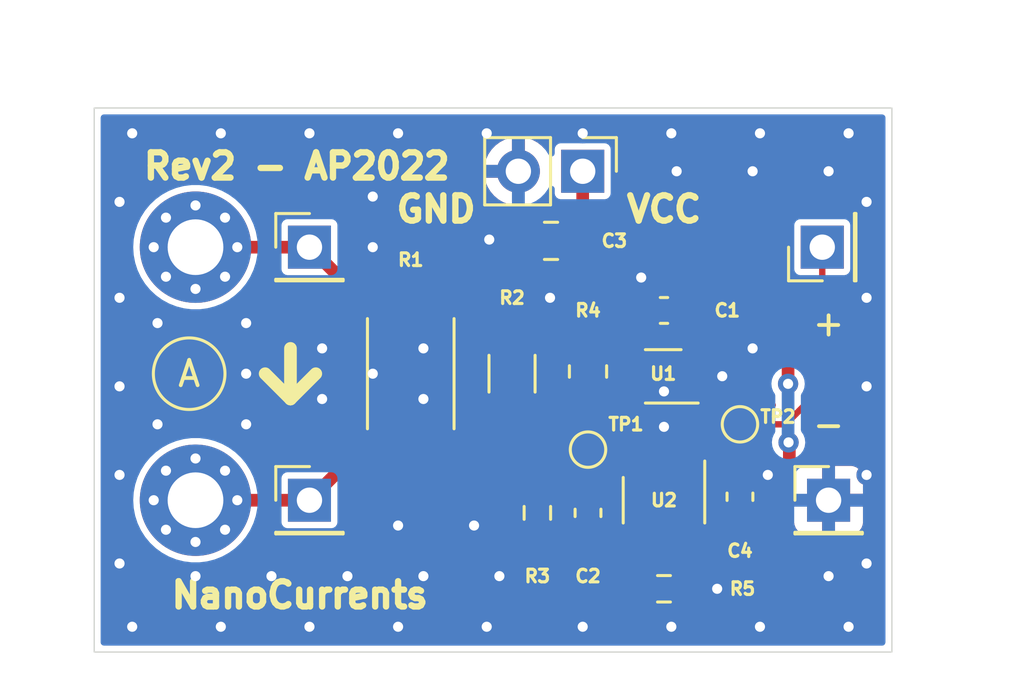
<source format=kicad_pcb>
(kicad_pcb (version 20211014) (generator pcbnew)
  (layers (0 "F.Cu" signal) (31 "B.Cu" signal) (34 "B.Paste" user) (35 "F.Paste" user) (36 "B.SilkS" user "B.Silkscreen") (37 "F.SilkS" user "F.Silkscreen") (38 "B.Mask" user) (39 "F.Mask" user) (44 "Edge.Cuts" user))
  (net 0 "")
  (net 1 "GND")
  (net 2 "VCC")
  (net 3 "Net-(C2-Pad2)")
  (net 4 "Net-(C2-Pad1)")
  (net 5 "Net-(J1-Pad1)")
  (net 6 "Net-(R1-Pad2)")
  (net 7 "Net-(TP1-Pad1)")
  (footprint "Capacitor_SMD:C_0603_1608Metric_Pad1.08x0.95mm_HandSolder" (layer "F.Cu") (at 93.5 84.5 180)
    (fp_text reference "C1" (at -2.5 0 180) (layer "F.SilkS") (effects (font (size 0.5 0.5) (thickness 0.125))))
    (fp_text value "0.1u")
    (fp_line (start -0.146267 -0.51) (end 0.146267 -0.51) (layer "F.SilkS") (width 0.12))
    (fp_line (start -0.146267 0.51) (end 0.146267 0.51) (layer "F.SilkS") (width 0.12))
    (pad "1" smd roundrect locked (at -0.8625 0 180) (size 1.075 0.95) (layers "F.Cu" "F.Paste" "F.Mask") (net 2 "VCC"))
    (pad "2" smd roundrect locked (at 0.8625 0 180) (size 1.075 0.95) (layers "F.Cu" "F.Paste" "F.Mask") (net 1 "GND"))
  )
  (footprint "Capacitor_SMD:C_0603_1608Metric_Pad1.08x0.95mm_HandSolder" (layer "F.Cu") (at 90.5 92.5 90)
    (fp_text reference "C2" (at -2.5 0 180) (layer "F.SilkS") (effects (font (size 0.5 0.5) (thickness 0.125))))
    (fp_text value "10p")
    (fp_line (start -0.146267 0.51) (end 0.146267 0.51) (layer "F.SilkS") (width 0.12))
    (fp_line (start -0.146267 -0.51) (end 0.146267 -0.51) (layer "F.SilkS") (width 0.12))
    (pad "1" smd roundrect locked (at -0.8625 0 90) (size 1.075 0.95) (layers "F.Cu" "F.Paste" "F.Mask") (net 4 "Net-(C2-Pad1)"))
    (pad "2" smd roundrect locked (at 0.8625 0 90) (size 1.075 0.95) (layers "F.Cu" "F.Paste" "F.Mask") (net 3 "Net-(C2-Pad2)"))
  )
  (footprint "MountingHole:MountingHole_2.2mm_M2_Pad_Via" (layer "F.Cu") (at 75 82 90)
    (fp_text reference "J1" hide)
    (fp_text value "Conn_01x01_Female")
    (pad "1" thru_hole circle locked (at 0 -1.65 90) (size 0.7 0.7) (drill 0.4) (layers *.Cu *.Mask) (net 5 "Net-(J1-Pad1)"))
    (pad "1" thru_hole circle locked (at 1.166726 1.166726 90) (size 0.7 0.7) (drill 0.4) (layers *.Cu *.Mask) (net 5 "Net-(J1-Pad1)"))
    (pad "1" thru_hole circle locked (at -1.166726 -1.166726 90) (size 0.7 0.7) (drill 0.4) (layers *.Cu *.Mask) (net 5 "Net-(J1-Pad1)"))
    (pad "1" thru_hole circle locked (at 0 1.65 90) (size 0.7 0.7) (drill 0.4) (layers *.Cu *.Mask) (net 5 "Net-(J1-Pad1)"))
    (pad "1" thru_hole circle locked (at 1.166726 -1.166726 90) (size 0.7 0.7) (drill 0.4) (layers *.Cu *.Mask) (net 5 "Net-(J1-Pad1)"))
    (pad "1" thru_hole circle locked (at 1.65 0 90) (size 0.7 0.7) (drill 0.4) (layers *.Cu *.Mask) (net 5 "Net-(J1-Pad1)"))
    (pad "1" thru_hole circle locked (at 0 0 90) (size 4.4 4.4) (drill 2.2) (layers *.Cu *.Mask) (net 5 "Net-(J1-Pad1)"))
    (pad "1" thru_hole circle locked (at -1.65 0 90) (size 0.7 0.7) (drill 0.4) (layers *.Cu *.Mask) (net 5 "Net-(J1-Pad1)"))
    (pad "1" thru_hole circle locked (at -1.166726 1.166726 90) (size 0.7 0.7) (drill 0.4) (layers *.Cu *.Mask) (net 5 "Net-(J1-Pad1)"))
  )
  (footprint "Connector_PinHeader_2.54mm:PinHeader_1x02_P2.54mm_Vertical" (layer "F.Cu") (at 90.29 79 -90)
    (fp_text reference "J2" hide)
    (fp_text value "Conn_01x02_Male")
    (fp_line (start -1.33 -1.33) (end 0 -1.33) (layer "F.SilkS") (width 0.12))
    (fp_line (start -1.33 0) (end -1.33 -1.33) (layer "F.SilkS") (width 0.12))
    (fp_line (start -1.33 1.27) (end -1.33 3.87) (layer "F.SilkS") (width 0.12))
    (fp_line (start -1.33 3.87) (end 1.33 3.87) (layer "F.SilkS") (width 0.12))
    (fp_line (start -1.33 1.27) (end 1.33 1.27) (layer "F.SilkS") (width 0.12))
    (fp_line (start 1.33 1.27) (end 1.33 3.87) (layer "F.SilkS") (width 0.12))
    (pad "1" thru_hole rect locked (at 0 0 270) (size 1.7 1.7) (drill 1) (layers *.Cu *.Mask) (net 2 "VCC"))
    (pad "2" thru_hole oval locked (at 0 2.54 270) (size 1.7 1.7) (drill 1) (layers *.Cu *.Mask) (net 1 "GND"))
  )
  (footprint "Connector_PinHeader_2.54mm:PinHeader_1x01_P2.54mm_Vertical" (layer "F.Cu") (at 99.75 82 90)
    (fp_text reference "J4" hide)
    (fp_text value "Conn_01x01_Female")
    (fp_line (start -1.33 0) (end -1.33 -1.33) (layer "F.SilkS") (width 0.12))
    (fp_line (start -1.33 1.27) (end -1.33 1.33) (layer "F.SilkS") (width 0.12))
    (fp_line (start -1.33 1.27) (end 1.33 1.27) (layer "F.SilkS") (width 0.12))
    (fp_line (start 1.33 1.27) (end 1.33 1.33) (layer "F.SilkS") (width 0.12))
    (fp_line (start -1.33 1.33) (end 1.33 1.33) (layer "F.SilkS") (width 0.12))
    (fp_line (start -1.33 -1.33) (end 0 -1.33) (layer "F.SilkS") (width 0.12))
    (pad "1" thru_hole rect locked (at 0 0 90) (size 1.7 1.7) (drill 1) (layers *.Cu *.Mask) (net 3 "Net-(C2-Pad2)"))
  )
  (footprint "Resistor_SMD:R_2512_6332Metric_Pad1.40x3.35mm_HandSolder" (layer "F.Cu") (at 83.5 87 -90)
    (fp_text reference "R1" (at -4.5 0) (layer "F.SilkS") (effects (font (size 0.5 0.5) (thickness 0.125))))
    (fp_text value "10k 0.1%")
    (fp_line (start -2.177064 1.71) (end 2.177064 1.71) (layer "F.SilkS") (width 0.12))
    (fp_line (start -2.177064 -1.71) (end 2.177064 -1.71) (layer "F.SilkS") (width 0.12))
    (pad "1" smd roundrect locked (at -3.05 0 270) (size 1.4 3.35) (layers "F.Cu" "F.Paste" "F.Mask") (roundrect_rratio 0.1785707143) (net 5 "Net-(J1-Pad1)"))
    (pad "2" smd roundrect locked (at 3.05 0 270) (size 1.4 3.35) (layers "F.Cu" "F.Paste" "F.Mask") (roundrect_rratio 0.1785707143) (net 6 "Net-(R1-Pad2)"))
  )
  (footprint "Resistor_SMD:R_0603_1608Metric_Pad0.98x0.95mm_HandSolder" (layer "F.Cu") (at 88.5 92.5 -90)
    (fp_text reference "R3" (at 2.5 0 180) (layer "F.SilkS") (effects (font (size 0.5 0.5) (thickness 0.125))))
    (fp_text value "R")
    (fp_line (start -0.254724 0.5225) (end 0.254724 0.5225) (layer "F.SilkS") (width 0.12))
    (fp_line (start -0.254724 -0.5225) (end 0.254724 -0.5225) (layer "F.SilkS") (width 0.12))
    (pad "1" smd roundrect locked (at -0.9125 0 270) (size 0.975 0.95) (layers "F.Cu" "F.Paste" "F.Mask") (net 3 "Net-(C2-Pad2)"))
    (pad "2" smd roundrect locked (at 0.9125 0 270) (size 0.975 0.95) (layers "F.Cu" "F.Paste" "F.Mask") (net 4 "Net-(C2-Pad1)"))
  )
  (footprint "Resistor_SMD:R_1206_3216Metric_Pad1.30x1.75mm_HandSolder" (layer "F.Cu") (at 87.5 87 -90)
    (fp_text reference "R2" (at -3 0 180) (layer "F.SilkS") (effects (font (size 0.5 0.5) (thickness 0.125))))
    (fp_text value "10k 0.1%")
    (fp_line (start -0.727064 0.91) (end 0.727064 0.91) (layer "F.SilkS") (width 0.12))
    (fp_line (start -0.727064 -0.91) (end 0.727064 -0.91) (layer "F.SilkS") (width 0.12))
    (pad "1" smd roundrect locked (at -1.55 0 270) (size 1.3 1.75) (layers "F.Cu" "F.Paste" "F.Mask") (roundrect_rratio 0.1923076923) (net 5 "Net-(J1-Pad1)"))
    (pad "2" smd roundrect locked (at 1.55 0 270) (size 1.3 1.75) (layers "F.Cu" "F.Paste" "F.Mask") (roundrect_rratio 0.1923076923) (net 6 "Net-(R1-Pad2)"))
  )
  (footprint "Resistor_SMD:R_0805_2012Metric" (layer "F.Cu") (at 90.5 86.9125 -90)
    (fp_text reference "R4" (at -2.4125 0 180) (layer "F.SilkS") (effects (font (size 0.5 0.5) (thickness 0.125))))
    (fp_text value "10k 0.1%")
    (fp_line (start -0.227064 0.735) (end 0.227064 0.735) (layer "F.SilkS") (width 0.12))
    (fp_line (start -0.227064 -0.735) (end 0.227064 -0.735) (layer "F.SilkS") (width 0.12))
    (pad "1" smd roundrect locked (at -0.9125 0 270) (size 1.025 1.4) (layers "F.Cu" "F.Paste" "F.Mask") (roundrect_rratio 0.243902439) (net 5 "Net-(J1-Pad1)"))
    (pad "2" smd roundrect locked (at 0.9125 0 270) (size 1.025 1.4) (layers "F.Cu" "F.Paste" "F.Mask") (roundrect_rratio 0.243902439) (net 6 "Net-(R1-Pad2)"))
  )
  (footprint "Capacitor_SMD:C_0805_2012Metric" (layer "F.Cu") (at 89.04 81.75)
    (fp_text reference "C3" (at 2.5 0) (layer "F.SilkS") (effects (font (size 0.5 0.5) (thickness 0.125))))
    (fp_text value "10u")
    (fp_line (start -0.261252 0.735) (end 0.261252 0.735) (layer "F.SilkS") (width 0.12))
    (fp_line (start -0.261252 -0.735) (end 0.261252 -0.735) (layer "F.SilkS") (width 0.12))
    (pad "1" smd roundrect locked (at -0.95 0) (size 1 1.45) (layers "F.Cu" "F.Paste" "F.Mask") (net 1 "GND"))
    (pad "2" smd roundrect locked (at 0.95 0) (size 1 1.45) (layers "F.Cu" "F.Paste" "F.Mask") (net 2 "VCC"))
  )
  (footprint "MountingHole:MountingHole_2.2mm_M2_Pad_Via" (layer "F.Cu") (at 75 92)
    (fp_text reference "J6" hide)
    (fp_text value "Conn_01x01_Female")
    (pad "1" thru_hole circle locked (at 0 1.65) (size 0.7 0.7) (drill 0.4) (layers *.Cu *.Mask) (net 6 "Net-(R1-Pad2)"))
    (pad "1" thru_hole circle locked (at 1.166726 -1.166726) (size 0.7 0.7) (drill 0.4) (layers *.Cu *.Mask) (net 6 "Net-(R1-Pad2)"))
    (pad "1" thru_hole circle locked (at -1.65 0) (size 0.7 0.7) (drill 0.4) (layers *.Cu *.Mask) (net 6 "Net-(R1-Pad2)"))
    (pad "1" thru_hole circle locked (at 1.166726 1.166726) (size 0.7 0.7) (drill 0.4) (layers *.Cu *.Mask) (net 6 "Net-(R1-Pad2)"))
    (pad "1" thru_hole circle locked (at -1.166726 -1.166726) (size 0.7 0.7) (drill 0.4) (layers *.Cu *.Mask) (net 6 "Net-(R1-Pad2)"))
    (pad "1" thru_hole circle locked (at 1.65 0) (size 0.7 0.7) (drill 0.4) (layers *.Cu *.Mask) (net 6 "Net-(R1-Pad2)"))
    (pad "1" thru_hole circle locked (at 0 -1.65) (size 0.7 0.7) (drill 0.4) (layers *.Cu *.Mask) (net 6 "Net-(R1-Pad2)"))
    (pad "1" thru_hole circle locked (at 0 0) (size 4.4 4.4) (drill 2.2) (layers *.Cu *.Mask) (net 6 "Net-(R1-Pad2)"))
    (pad "1" thru_hole circle locked (at -1.166726 1.166726) (size 0.7 0.7) (drill 0.4) (layers *.Cu *.Mask) (net 6 "Net-(R1-Pad2)"))
  )
  (footprint "Achille:SC-70-6" (layer "F.Cu") (at 93.5 87 180)
    (fp_text reference "U1" (at 0.03 0) (layer "F.SilkS") (effects (font (size 0.5 0.5) (thickness 0.125))))
    (fp_text value "INA21x")
    (fp_line (start -0.675 0.95) (end 0.735 0.95) (layer "F.SilkS") (width 0.12))
    (fp_line (start 0.735 -1.16) (end -1.35 -1.16) (layer "F.SilkS") (width 0.12))
    (pad "1" smd rect locked (at -1.1 -0.75 90) (size 0.35 0.85) (layers "F.Cu" "F.Paste" "F.Mask") (net 1 "GND"))
    (pad "2" smd rect locked (at -1.1 -0.1 90) (size 0.35 0.85) (layers "F.Cu" "F.Paste" "F.Mask") (net 1 "GND"))
    (pad "3" smd rect locked (at -1.1 0.55 90) (size 0.35 0.85) (layers "F.Cu" "F.Paste" "F.Mask") (net 2 "VCC"))
    (pad "4" smd rect locked (at 1.1 0.55 90) (size 0.35 0.85) (layers "F.Cu" "F.Paste" "F.Mask") (net 5 "Net-(J1-Pad1)"))
    (pad "5" smd rect locked (at 1.1 -0.1 90) (size 0.35 0.85) (layers "F.Cu" "F.Paste" "F.Mask") (net 6 "Net-(R1-Pad2)"))
    (pad "6" smd rect locked (at 1.1 -0.75 90) (size 0.35 0.85) (layers "F.Cu" "F.Paste" "F.Mask") (net 7 "Net-(TP1-Pad1)"))
  )
  (footprint "TestPoint:TestPoint_Pad_D1.0mm" (layer "F.Cu") (at 90.5 90)
    (fp_text reference "TP1" (at 1.5 -1) (layer "F.SilkS") (effects (font (size 0.5 0.5) (thickness 0.125))))
    (fp_text value "TestPoint")
    (fp_circle (center 0 0) (end 0 0.7) (layer "F.SilkS") (width 0.12) (fill none))
    (pad "1" smd circle locked (at 0 0) (size 1 1) (layers "F.Cu" "F.Mask") (net 7 "Net-(TP1-Pad1)"))
  )
  (footprint "Resistor_SMD:R_0603_1608Metric_Pad0.98x0.95mm_HandSolder" (layer "F.Cu") (at 93.5 95.5)
    (fp_text reference "R5" (at 3.1 0 180) (layer "F.SilkS") (effects (font (size 0.5 0.5) (thickness 0.125))))
    (fp_text value "R")
    (fp_line (start -0.254724 0.5225) (end 0.254724 0.5225) (layer "F.SilkS") (width 0.12))
    (fp_line (start -0.254724 -0.5225) (end 0.254724 -0.5225) (layer "F.SilkS") (width 0.12))
    (pad "1" smd roundrect locked (at -0.9125 0) (size 0.975 0.95) (layers "F.Cu" "F.Paste" "F.Mask") (net 4 "Net-(C2-Pad1)"))
    (pad "2" smd roundrect locked (at 0.9125 0) (size 0.975 0.95) (layers "F.Cu" "F.Paste" "F.Mask") (net 1 "GND"))
  )
  (footprint "Package_TO_SOT_SMD:SOT-23-5_HandSoldering" (layer "F.Cu") (at 93.5 92 -90)
    (fp_text reference "U2" (at 0 0 180) (layer "F.SilkS") (effects (font (size 0.5 0.5) (thickness 0.125))))
    (fp_text value "AD8605ART")
    (fp_line (start 0.9 -1.61) (end -1.55 -1.61) (layer "F.SilkS") (width 0.12))
    (fp_line (start -0.9 1.61) (end 0.9 1.61) (layer "F.SilkS") (width 0.12))
    (pad "1" smd rect locked (at -1.35 -0.95 270) (size 1.56 0.65) (layers "F.Cu" "F.Paste" "F.Mask") (net 3 "Net-(C2-Pad2)"))
    (pad "2" smd rect locked (at -1.35 0 270) (size 1.56 0.65) (layers "F.Cu" "F.Paste" "F.Mask") (net 1 "GND"))
    (pad "3" smd rect locked (at -1.35 0.95 270) (size 1.56 0.65) (layers "F.Cu" "F.Paste" "F.Mask") (net 7 "Net-(TP1-Pad1)"))
    (pad "4" smd rect locked (at 1.35 0.95 270) (size 1.56 0.65) (layers "F.Cu" "F.Paste" "F.Mask") (net 4 "Net-(C2-Pad1)"))
    (pad "5" smd rect locked (at 1.35 -0.95 270) (size 1.56 0.65) (layers "F.Cu" "F.Paste" "F.Mask") (net 2 "VCC"))
  )
  (footprint "Connector_PinHeader_2.54mm:PinHeader_1x01_P2.54mm_Vertical" (layer "F.Cu") (at 79.5 82)
    (fp_text reference "J3" hide)
    (fp_text value "Conn_01x01_Female")
    (fp_line (start 1.33 1.27) (end 1.33 1.33) (layer "F.SilkS") (width 0.12))
    (fp_line (start -1.33 1.27) (end 1.33 1.27) (layer "F.SilkS") (width 0.12))
    (fp_line (start -1.33 -1.33) (end 0 -1.33) (layer "F.SilkS") (width 0.12))
    (fp_line (start -1.33 0) (end -1.33 -1.33) (layer "F.SilkS") (width 0.12))
    (fp_line (start -1.33 1.27) (end -1.33 1.33) (layer "F.SilkS") (width 0.12))
    (fp_line (start -1.33 1.33) (end 1.33 1.33) (layer "F.SilkS") (width 0.12))
    (pad "1" thru_hole rect locked (at 0 0) (size 1.7 1.7) (drill 1) (layers *.Cu *.Mask) (net 5 "Net-(J1-Pad1)"))
  )
  (footprint "Connector_PinHeader_2.54mm:PinHeader_1x01_P2.54mm_Vertical" (layer "F.Cu") (at 79.5 92)
    (fp_text reference "J5" hide)
    (fp_text value "Conn_01x01_Female")
    (fp_line (start -1.33 1.27) (end 1.33 1.27) (layer "F.SilkS") (width 0.12))
    (fp_line (start -1.33 0) (end -1.33 -1.33) (layer "F.SilkS") (width 0.12))
    (fp_line (start -1.33 -1.33) (end 0 -1.33) (layer "F.SilkS") (width 0.12))
    (fp_line (start 1.33 1.27) (end 1.33 1.33) (layer "F.SilkS") (width 0.12))
    (fp_line (start -1.33 1.27) (end -1.33 1.33) (layer "F.SilkS") (width 0.12))
    (fp_line (start -1.33 1.33) (end 1.33 1.33) (layer "F.SilkS") (width 0.12))
    (pad "1" thru_hole rect locked (at 0 0) (size 1.7 1.7) (drill 1) (layers *.Cu *.Mask) (net 6 "Net-(R1-Pad2)"))
  )
  (footprint "TestPoint:TestPoint_Pad_D1.0mm" (layer "F.Cu") (at 96.5 89 90)
    (fp_text reference "TP2" (at 0.3 1.5 180) (layer "F.SilkS") (effects (font (size 0.5 0.5) (thickness 0.125))))
    (fp_text value "TestPoint")
    (fp_circle (center 0 0) (end 0 0.7) (layer "F.SilkS") (width 0.12) (fill none))
    (pad "1" smd circle locked (at 0 0 90) (size 1 1) (layers "F.Cu" "F.Mask") (net 3 "Net-(C2-Pad2)"))
  )
  (footprint "Capacitor_SMD:C_0603_1608Metric_Pad1.08x0.95mm_HandSolder" (layer "F.Cu") (at 96.5 91.8625 90)
    (fp_text reference "C4" (at -2.1375 0 180) (layer "F.SilkS") (effects (font (size 0.5 0.5) (thickness 0.125))))
    (fp_text value "0.1u")
    (fp_line (start -0.146267 -0.51) (end 0.146267 -0.51) (layer "F.SilkS") (width 0.12))
    (fp_line (start -0.146267 0.51) (end 0.146267 0.51) (layer "F.SilkS") (width 0.12))
    (pad "1" smd roundrect locked (at -0.8625 0 90) (size 1.075 0.95) (layers "F.Cu" "F.Paste" "F.Mask") (net 2 "VCC"))
    (pad "2" smd roundrect locked (at 0.8625 0 90) (size 1.075 0.95) (layers "F.Cu" "F.Paste" "F.Mask") (net 1 "GND"))
  )
  (footprint "Connector_PinHeader_2.54mm:PinHeader_1x01_P2.54mm_Vertical" (layer "F.Cu") (at 100 92)
    (fp_text reference "J7" hide)
    (fp_text value "Conn_01x01_Female")
    (fp_line (start 1.33 1.27) (end 1.33 1.33) (layer "F.SilkS") (width 0.12))
    (fp_line (start -1.33 1.33) (end 1.33 1.33) (layer "F.SilkS") (width 0.12))
    (fp_line (start -1.33 -1.33) (end 0 -1.33) (layer "F.SilkS") (width 0.12))
    (fp_line (start -1.33 1.27) (end -1.33 1.33) (layer "F.SilkS") (width 0.12))
    (fp_line (start -1.33 1.27) (end 1.33 1.27) (layer "F.SilkS") (width 0.12))
    (fp_line (start -1.33 0) (end -1.33 -1.33) (layer "F.SilkS") (width 0.12))
    (pad "1" thru_hole rect locked (at 0 0) (size 1.7 1.7) (drill 1) (layers *.Cu *.Mask) (net 1 "GND"))
  )
  (gr_line (start 77.75 87) (end 78.75 88) (layer "F.SilkS") (width 0.5))
  (gr_line (start 79.75 87) (end 78.75 88) (layer "F.SilkS") (width 0.5))
  (gr_circle (center 74.75 87) (end 75.75 88) (layer "F.SilkS") (width 0.12) (fill none))
  (gr_line (start 78.75 86) (end 78.75 88) (layer "F.SilkS") (width 0.5))
  (gr_line (start 78.75 88) (end 77.75 87) (layer "F.SilkS") (width 0.12))
  (gr_rect (start 102.5 76.5) (end 71 98) (layer "Edge.Cuts") (width 0.05) (fill none))
  (gr_text "GND" (at 84.5 80.5) (layer "F.SilkS") (effects (font (size 1 1) (thickness 0.25))))
  (gr_text "-" (at 100 89) (layer "F.SilkS") (effects (font (size 1 1))))
  (gr_text "Rev2 - AP2022" (at 79 78.8) (layer "F.SilkS") (effects (font (size 1 1) (thickness 0.25))))
  (gr_text "+" (at 100 85) (layer "F.SilkS") (effects (font (size 1 1))))
  (gr_text "NanoCurrents " (at 79.5 95.75) (layer "F.SilkS") (effects (font (size 1 1) (thickness 0.25))))
  (gr_text "A" (at 74.75 87) (layer "F.SilkS") (effects (font (size 1 1))))
  (gr_text "VCC" (at 93.5 80.5) (layer "F.SilkS") (effects (font (size 1 1) (thickness 0.25))))
  (segment (start 92.6375 83.2375) (end 92.6 83.2) (width 0.5) (layer "F.Cu") (net 1))
  (segment (start 96.5 91) (end 97.6 91) (width 0.5) (layer "F.Cu") (net 1))
  (segment (start 94.6 87.75) (end 93.55 87.75) (width 0.25) (layer "F.Cu") (net 1))
  (segment (start 94.6 87.1) (end 95.8 87.1) (width 0.25) (layer "F.Cu") (net 1))
  (segment (start 88.09 81.75) (end 86.65 81.75) (width 0.5) (layer "F.Cu") (net 1))
  (segment (start 92.6375 84.5) (end 92.6375 83.2375) (width 0.5) (layer "F.Cu") (net 1))
  (segment (start 86.65 81.75) (end 86.6 81.7) (width 0.5) (layer "F.Cu") (net 1))
  (segment (start 94.4125 95.5) (end 95.6 95.5) (width 0.25) (layer "F.Cu") (net 1))
  (segment (start 93.5 90.65) (end 93.5 89.1) (width 0.25) (layer "F.Cu") (net 1))
  (segment (start 93.55 87.75) (end 93.5 87.7) (width 0.25) (layer "F.Cu") (net 1))
  (via (at 72 80.21) (size 0.8) (drill 0.4) (layers "F.Cu" "B.Cu") (net 1))
  (via (at 84 88) (size 0.8) (drill 0.4) (layers "F.Cu" "B.Cu") (net 1))
  (via (at 77 87) (size 0.8) (drill 0.4) (layers "F.Cu" "B.Cu") (net 1))
  (via (at 73.5 89) (size 0.8) (drill 0.4) (layers "F.Cu" "B.Cu") (net 1))
  (via (at 76 77.5) (size 0.8) (drill 0.4) (layers "F.Cu" "B.Cu") (net 1))
  (via (at 82 87) (size 0.8) (drill 0.4) (layers "F.Cu" "B.Cu") (net 1))
  (via (at 73.5 85) (size 0.8) (drill 0.4) (layers "F.Cu" "B.Cu") (net 1))
  (via (at 93.79 97) (size 0.8) (drill 0.4) (layers "F.Cu" "B.Cu") (net 1))
  (via (at 101.5 94.5) (size 0.8) (drill 0.4) (layers "F.Cu" "B.Cu") (net 1))
  (via (at 80 88) (size 0.8) (drill 0.4) (layers "F.Cu" "B.Cu") (net 1))
  (via (at 80 86) (size 0.8) (drill 0.4) (layers "F.Cu" "B.Cu") (net 1))
  (via (at 86 93) (size 0.8) (drill 0.4) (layers "F.Cu" "B.Cu") (net 1))
  (via (at 75 95) (size 0.8) (drill 0.4) (layers "F.Cu" "B.Cu") (net 1))
  (via (at 97.29 97) (size 0.8) (drill 0.4) (layers "F.Cu" "B.Cu") (net 1))
  (via (at 97 79) (size 0.8) (drill 0.4) (layers "F.Cu" "B.Cu") (net 1))
  (via (at 77 85) (size 0.8) (drill 0.4) (layers "F.Cu" "B.Cu") (net 1))
  (via (at 83 93) (size 0.8) (drill 0.4) (layers "F.Cu" "B.Cu") (net 1))
  (via (at 94 79) (size 0.8) (drill 0.4) (layers "F.Cu" "B.Cu") (net 1))
  (via (at 97 86) (size 0.8) (drill 0.4) (layers "F.Cu" "B.Cu") (net 1))
  (via (at 72.5 77.5) (size 0.8) (drill 0.4) (layers "F.Cu" "B.Cu") (net 1))
  (via (at 86.5 77.5) (size 0.8) (drill 0.4) (layers "F.Cu" "B.Cu") (net 1))
  (via (at 72 87.5) (size 0.8) (drill 0.4) (layers "F.Cu" "B.Cu") (net 1))
  (via (at 72 84) (size 0.8) (drill 0.4) (layers "F.Cu" "B.Cu") (net 1))
  (via (at 76 97) (size 0.8) (drill 0.4) (layers "F.Cu" "B.Cu") (net 1))
  (via (at 90.29 77.5) (size 0.8) (drill 0.4) (layers "F.Cu" "B.Cu") (net 1))
  (via (at 101.5 80.21) (size 0.8) (drill 0.4) (layers "F.Cu" "B.Cu") (net 1))
  (via (at 101.5 84) (size 0.8) (drill 0.4) (layers "F.Cu" "B.Cu") (net 1))
  (via (at 83 97) (size 0.8) (drill 0.4) (layers "F.Cu" "B.Cu") (net 1))
  (via (at 93.5 89.1) (size 0.8) (drill 0.4) (layers "F.Cu" "B.Cu") (net 1))
  (via (at 86.5 97) (size 0.8) (drill 0.4) (layers "F.Cu" "B.Cu") (net 1))
  (via (at 89 84) (size 0.8) (drill 0.4) (layers "F.Cu" "B.Cu") (net 1))
  (via (at 79.5 77.5) (size 0.8) (drill 0.4) (layers "F.Cu" "B.Cu") (net 1))
  (via (at 84 86) (size 0.8) (drill 0.4) (layers "F.Cu" "B.Cu") (net 1))
  (via (at 79.5 97) (size 0.8) (drill 0.4) (layers "F.Cu" "B.Cu") (net 1))
  (via (at 100.79 77.5) (size 0.8) (drill 0.4) (layers "F.Cu" "B.Cu") (net 1))
  (via (at 95.8 87.1) (size 0.8) (drill 0.4) (layers "F.Cu" "B.Cu") (net 1))
  (via (at 77 89) (size 0.8) (drill 0.4) (layers "F.Cu" "B.Cu") (net 1))
  (via (at 100 95) (size 0.8) (drill 0.4) (layers "F.Cu" "B.Cu") (net 1))
  (via (at 100.79 97) (size 0.8) (drill 0.4) (layers "F.Cu" "B.Cu") (net 1))
  (via (at 101.5 91) (size 0.8) (drill 0.4) (layers "F.Cu" "B.Cu") (net 1))
  (via (at 86.6 81.7) (size 0.8) (drill 0.4) (layers "F.Cu" "B.Cu") (net 1))
  (via (at 100 79) (size 0.8) (drill 0.4) (layers "F.Cu" "B.Cu") (net 1))
  (via (at 92.6 83.2) (size 0.8) (drill 0.4) (layers "F.Cu" "B.Cu") (net 1))
  (via (at 78 95) (size 0.8) (drill 0.4) (layers "F.Cu" "B.Cu") (net 1))
  (via (at 72.5 97) (size 0.8) (drill 0.4) (layers "F.Cu" "B.Cu") (net 1))
  (via (at 90.29 97) (size 0.8) (drill 0.4) (layers "F.Cu" "B.Cu") (net 1))
  (via (at 72 94.5) (size 0.8) (drill 0.4) (layers "F.Cu" "B.Cu") (net 1))
  (via (at 93.5 87.7) (size 0.8) (drill 0.4) (layers "F.Cu" "B.Cu") (net 1))
  (via (at 97.29 77.5) (size 0.8) (drill 0.4) (layers "F.Cu" "B.Cu") (net 1))
  (via (at 93.79 77.5) (size 0.8) (drill 0.4) (layers "F.Cu" "B.Cu") (net 1))
  (via (at 84 95) (size 0.8) (drill 0.4) (layers "F.Cu" "B.Cu") (net 1))
  (via (at 72 91) (size 0.8) (drill 0.4) (layers "F.Cu" "B.Cu") (net 1))
  (via (at 83 77.5) (size 0.8) (drill 0.4) (layers "F.Cu" "B.Cu") (net 1))
  (via (at 101.5 87.5) (size 0.8) (drill 0.4) (layers "F.Cu" "B.Cu") (net 1))
  (via (at 82 80) (size 0.8) (drill 0.4) (layers "F.Cu" "B.Cu") (net 1))
  (via (at 81 95) (size 0.8) (drill 0.4) (layers "F.Cu" "B.Cu") (net 1))
  (via (at 87 95) (size 0.8) (drill 0.4) (layers "F.Cu" "B.Cu") (net 1))
  (via (at 95.6 95.5) (size 0.8) (drill 0.4) (layers "F.Cu" "B.Cu") (net 1))
  (via (at 82 82) (size 0.8) (drill 0.4) (layers "F.Cu" "B.Cu") (net 1))
  (via (at 97.6 91) (size 0.8) (drill 0.4) (layers "F.Cu" "B.Cu") (net 1))
  (segment (start 95.85 81.75) (end 93.45 81.75) (width 0.5) (layer "F.Cu") (net 2))
  (segment (start 89.99 81.01) (end 90.29 80.71) (width 0.5) (layer "F.Cu") (net 2))
  (segment (start 98.4 87.4) (end 98.4 84.3) (width 0.5) (layer "F.Cu") (net 2))
  (segment (start 98.449511 89.745047) (end 98.449511 91.750489) (width 0.5) (layer "F.Cu") (net 2))
  (segment (start 89.99 81.75) (end 93.45 81.75) (width 0.5) (layer "F.Cu") (net 2))
  (segment (start 98.449511 91.750489) (end 97.475 92.725) (width 0.5) (layer "F.Cu") (net 2))
  (segment (start 97.475 92.725) (end 96.5 92.725) (width 0.5) (layer "F.Cu") (net 2))
  (segment (start 94.6 85.6) (end 94.6 86.45) (width 0.5) (layer "F.Cu") (net 2))
  (segment (start 93.45 81.75) (end 93.45 81.85) (width 0.5) (layer "F.Cu") (net 2))
  (segment (start 94.3625 84.5) (end 94.3625 85.3625) (width 0.5) (layer "F.Cu") (net 2))
  (segment (start 89.99 81.75) (end 89.99 81.01) (width 0.5) (layer "F.Cu") (net 2))
  (segment (start 94.3625 82.7625) (end 94.3625 84.5) (width 0.5) (layer "F.Cu") (net 2))
  (segment (start 96.5 92.725) (end 95.775 92.725) (width 0.5) (layer "F.Cu") (net 2))
  (segment (start 98.4 84.3) (end 95.85 81.75) (width 0.5) (layer "F.Cu") (net 2))
  (segment (start 94.3625 85.3625) (end 94.6 85.6) (width 0.5) (layer "F.Cu") (net 2))
  (segment (start 93.45 81.85) (end 94.3625 82.7625) (width 0.5) (layer "F.Cu") (net 2))
  (segment (start 95.775 92.725) (end 95.15 93.35) (width 0.5) (layer "F.Cu") (net 2))
  (segment (start 95.15 93.35) (end 94.45 93.35) (width 0.5) (layer "F.Cu") (net 2))
  (segment (start 98.419107 89.714643) (end 98.449511 89.745047) (width 0.5) (layer "F.Cu") (net 2))
  (segment (start 90.29 80.71) (end 90.29 79) (width 0.5) (layer "F.Cu") (net 2))
  (via (at 98.4 87.4) (size 0.8) (drill 0.4) (layers "F.Cu" "B.Cu") (net 2))
  (via (at 98.419107 89.714643) (size 0.8) (drill 0.4) (layers "F.Cu" "B.Cu") (net 2))
  (segment (start 98.4 89.695536) (end 98.419107 89.714643) (width 0.5) (layer "B.Cu") (net 2))
  (segment (start 98.4 87.4) (end 98.4 89.695536) (width 0.5) (layer "B.Cu") (net 2))
  (segment (start 90.5 91.6375) (end 88.55 91.6375) (width 0.25) (layer "F.Cu") (net 3))
  (segment (start 94.45 90.65) (end 94.45 89.8) (width 0.25) (layer "F.Cu") (net 3))
  (segment (start 95.25 89) (end 96.5 89) (width 0.25) (layer "F.Cu") (net 3))
  (segment (start 99.75 87.55) (end 99.75 82) (width 0.25) (layer "F.Cu") (net 3))
  (segment (start 96.5 89) (end 98.3 89) (width 0.25) (layer "F.Cu") (net 3))
  (segment (start 88.55 91.6375) (end 88.5 91.5875) (width 0.25) (layer "F.Cu") (net 3))
  (segment (start 94.45 91.454022) (end 94.45 90.65) (width 0.25) (layer "F.Cu") (net 3))
  (segment (start 90.617011 91.754511) (end 94.149511 91.754511) (width 0.25) (layer "F.Cu") (net 3))
  (segment (start 98.3 89) (end 99.75 87.55) (width 0.25) (layer "F.Cu") (net 3))
  (segment (start 94.45 89.8) (end 95.25 89) (width 0.25) (layer "F.Cu") (net 3))
  (segment (start 94.149511 91.754511) (end 94.45 91.454022) (width 0.25) (layer "F.Cu") (net 3))
  (segment (start 90.5 91.6375) (end 90.617011 91.754511) (width 0.25) (layer "F.Cu") (net 3))
  (segment (start 92.55 93.35) (end 88.5625 93.35) (width 0.25) (layer "F.Cu") (net 4))
  (segment (start 92.5875 95.5) (end 92.5875 93.3875) (width 0.25) (layer "F.Cu") (net 4))
  (segment (start 88.5625 93.35) (end 88.5 93.4125) (width 0.25) (layer "F.Cu") (net 4))
  (segment (start 92.5875 93.3875) (end 92.55 93.35) (width 0.25) (layer "F.Cu") (net 4))
  (segment (start 89.95 85.45) (end 90.5 86) (width 0.5) (layer "F.Cu") (net 5))
  (segment (start 83.5 83.95) (end 81.45 83.95) (width 0.5) (layer "F.Cu") (net 5))
  (segment (start 91.3 86) (end 91.75 86.45) (width 0.25) (layer "F.Cu") (net 5))
  (segment (start 86 83.95) (end 87.5 85.45) (width 0.5) (layer "F.Cu") (net 5))
  (segment (start 90.5 86) (end 91.3 86) (width 0.25) (layer "F.Cu") (net 5))
  (segment (start 75 82) (end 79.5 82) (width 0.5) (layer "F.Cu") (net 5))
  (segment (start 91.75 86.45) (end 92.4 86.45) (width 0.25) (layer "F.Cu") (net 5))
  (segment (start 81.45 83.95) (end 79.5 82) (width 0.5) (layer "F.Cu") (net 5))
  (segment (start 87.5 85.45) (end 89.95 85.45) (width 0.5) (layer "F.Cu") (net 5))
  (segment (start 83.5 83.95) (end 86 83.95) (width 0.5) (layer "F.Cu") (net 5))
  (segment (start 79.5 92) (end 75 92) (width 0.5) (layer "F.Cu") (net 6))
  (segment (start 91.225 87.1) (end 90.5 87.825) (width 0.25) (layer "F.Cu") (net 6))
  (segment (start 92.4 87.1) (end 91.225 87.1) (width 0.25) (layer "F.Cu") (net 6))
  (segment (start 87.5 88.55) (end 89.775 88.55) (width 0.5) (layer "F.Cu") (net 6))
  (segment (start 83.5 90.05) (end 86 90.05) (width 0.5) (layer "F.Cu") (net 6))
  (segment (start 89.775 88.55) (end 90.5 87.825) (width 0.5) (layer "F.Cu") (net 6))
  (segment (start 86 90.05) (end 87.5 88.55) (width 0.5) (layer "F.Cu") (net 6))
  (segment (start 83.5 90.05) (end 81.45 90.05) (width 0.5) (layer "F.Cu") (net 6))
  (segment (start 81.45 90.05) (end 79.5 92) (width 0.5) (layer "F.Cu") (net 6))
  (segment (start 92.4 90.5) (end 92.55 90.65) (width 0.25) (layer "F.Cu") (net 7))
  (segment (start 92.4 87.75) (end 92.4 90.5) (width 0.25) (layer "F.Cu") (net 7))
  (segment (start 92.55 90.65) (end 91.15 90.65) (width 0.25) (layer "F.Cu") (net 7))
  (segment (start 91.15 90.65) (end 90.5 90) (width 0.25) (layer "F.Cu") (net 7))
  (zone (net 1) (net_name "GND") (layer "F.Cu") (connect_pads (clearance 0.508)) (min_thickness 0.254) (fill yes (thermal_gap 0.508) (thermal_bridge_width 0.508))
    (polygon (pts (xy 106 99) (xy 70.000083 98.993542) (xy 70 76) (xy 106 76)))
  )
  (zone (net 1) (net_name "GND") (layer "B.Cu") (connect_pads (clearance 0.254)) (min_thickness 0.254) (fill yes (thermal_gap 0.508) (thermal_bridge_width 0.508))
    (polygon (pts (xy 106 99) (xy 69.75 99) (xy 69.75 76) (xy 106 76)))
  )
)
</source>
